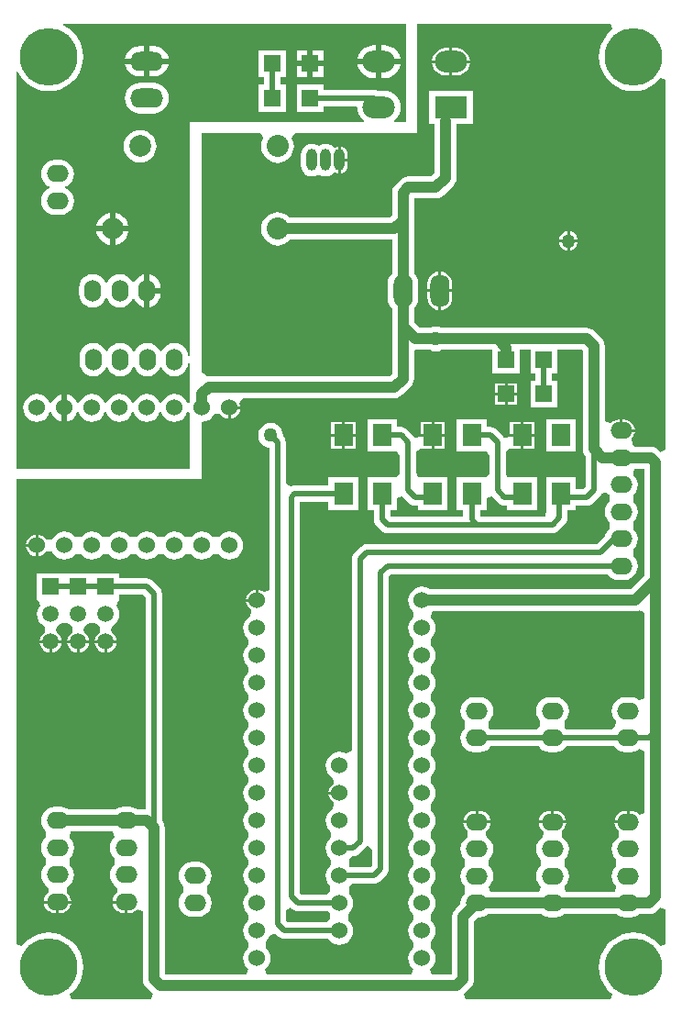
<source format=gtl>
G04 Layer_Physical_Order=1*
G04 Layer_Color=255*
%FSLAX25Y25*%
%MOIN*%
G70*
G01*
G75*
%ADD10R,0.05906X0.05906*%
%ADD11R,0.06693X0.07874*%
%ADD12C,0.01969*%
%ADD13C,0.03937*%
%ADD14O,0.08000X0.06000*%
%ADD15C,0.20945*%
%ADD16C,0.06000*%
%ADD17C,0.08000*%
%ADD18C,0.07874*%
%ADD19C,0.05906*%
%ADD20R,0.05906X0.05906*%
%ADD21O,0.03937X0.07874*%
%ADD22O,0.03937X0.07874*%
%ADD23O,0.07000X0.12000*%
%ADD24O,0.11811X0.07874*%
%ADD25R,0.11811X0.07874*%
%ADD26O,0.12000X0.07000*%
%ADD27O,0.06000X0.08000*%
%ADD28C,0.05000*%
G36*
X141732Y318898D02*
X137524D01*
X137346Y319398D01*
X138096Y320014D01*
X138838Y320918D01*
X139390Y321949D01*
X139729Y323068D01*
X139844Y324232D01*
X139729Y325396D01*
X139390Y326515D01*
X138838Y327547D01*
X138096Y328451D01*
X137192Y329193D01*
X136161Y329744D01*
X135042Y330083D01*
X133878Y330198D01*
X131285D01*
X130779Y330407D01*
X130000Y330510D01*
X111843D01*
Y332453D01*
X101937D01*
Y322547D01*
X111843D01*
Y324490D01*
X123742D01*
X123975Y324232D01*
X124090Y323068D01*
X124429Y321949D01*
X124981Y320918D01*
X125723Y320014D01*
X126473Y319398D01*
X126295Y318898D01*
X62992D01*
Y233920D01*
X62492Y233888D01*
X62371Y234805D01*
X61867Y236022D01*
X61066Y237066D01*
X60022Y237867D01*
X58805Y238371D01*
X57500Y238543D01*
X56195Y238371D01*
X54978Y237867D01*
X53934Y237066D01*
X53132Y236022D01*
X52849Y235338D01*
X52308D01*
X52025Y236022D01*
X51223Y237066D01*
X50179Y237867D01*
X48963Y238371D01*
X47657Y238543D01*
X46352Y238371D01*
X45136Y237867D01*
X44091Y237066D01*
X43290Y236022D01*
X43007Y235338D01*
X42466D01*
X42182Y236022D01*
X41381Y237066D01*
X40336Y237867D01*
X39120Y238371D01*
X37815Y238543D01*
X36510Y238371D01*
X35293Y237867D01*
X34249Y237066D01*
X33448Y236022D01*
X33164Y235338D01*
X32623D01*
X32340Y236022D01*
X31539Y237066D01*
X30494Y237867D01*
X29278Y238371D01*
X27972Y238543D01*
X26667Y238371D01*
X25451Y237867D01*
X24406Y237066D01*
X23605Y236022D01*
X23101Y234805D01*
X22929Y233500D01*
Y231500D01*
X23101Y230195D01*
X23605Y228978D01*
X24406Y227934D01*
X25451Y227133D01*
X26667Y226629D01*
X27972Y226457D01*
X29278Y226629D01*
X30494Y227133D01*
X31539Y227934D01*
X32340Y228978D01*
X32623Y229662D01*
X33164D01*
X33448Y228978D01*
X34249Y227934D01*
X35293Y227133D01*
X36510Y226629D01*
X37815Y226457D01*
X39120Y226629D01*
X40336Y227133D01*
X41381Y227934D01*
X42182Y228978D01*
X42466Y229662D01*
X43007D01*
X43290Y228978D01*
X44091Y227934D01*
X45136Y227133D01*
X46352Y226629D01*
X47657Y226457D01*
X48963Y226629D01*
X50179Y227133D01*
X51223Y227934D01*
X52025Y228978D01*
X52308Y229662D01*
X52849D01*
X53132Y228978D01*
X53934Y227934D01*
X54978Y227133D01*
X56195Y226629D01*
X57500Y226457D01*
X58805Y226629D01*
X60022Y227133D01*
X61066Y227934D01*
X61867Y228978D01*
X62371Y230195D01*
X62492Y231113D01*
X62992Y231080D01*
Y217183D01*
X62771Y216648D01*
X62229D01*
X61867Y217522D01*
X61066Y218566D01*
X60022Y219368D01*
X58805Y219871D01*
X57500Y220043D01*
X56195Y219871D01*
X54978Y219368D01*
X53934Y218566D01*
X53132Y217522D01*
X52771Y216648D01*
X52229D01*
X51868Y217522D01*
X51066Y218566D01*
X50022Y219368D01*
X48805Y219871D01*
X47500Y220043D01*
X46195Y219871D01*
X44978Y219368D01*
X43934Y218566D01*
X43132Y217522D01*
X42771Y216648D01*
X42229D01*
X41868Y217522D01*
X41066Y218566D01*
X40022Y219368D01*
X38805Y219871D01*
X37500Y220043D01*
X36195Y219871D01*
X34978Y219368D01*
X33934Y218566D01*
X33132Y217522D01*
X32771Y216648D01*
X32229D01*
X31868Y217522D01*
X31066Y218566D01*
X30022Y219368D01*
X28805Y219871D01*
X27500Y220043D01*
X26195Y219871D01*
X24978Y219368D01*
X23934Y218566D01*
X23133Y217522D01*
X22771Y216648D01*
X22229D01*
X21868Y217522D01*
X21066Y218566D01*
X20022Y219368D01*
X18805Y219871D01*
X18500Y219912D01*
Y215000D01*
Y210088D01*
X18805Y210129D01*
X20022Y210632D01*
X21066Y211434D01*
X21868Y212478D01*
X22229Y213352D01*
X22771D01*
X23133Y212478D01*
X23934Y211434D01*
X24978Y210632D01*
X26195Y210129D01*
X27500Y209957D01*
X28805Y210129D01*
X30022Y210632D01*
X31066Y211434D01*
X31868Y212478D01*
X32229Y213352D01*
X32771D01*
X33132Y212478D01*
X33934Y211434D01*
X34978Y210632D01*
X36195Y210129D01*
X37500Y209957D01*
X38805Y210129D01*
X40022Y210632D01*
X41066Y211434D01*
X41868Y212478D01*
X42229Y213352D01*
X42771D01*
X43132Y212478D01*
X43934Y211434D01*
X44978Y210632D01*
X46195Y210129D01*
X47500Y209957D01*
X48805Y210129D01*
X50022Y210632D01*
X51066Y211434D01*
X51868Y212478D01*
X52229Y213352D01*
X52771D01*
X53132Y212478D01*
X53934Y211434D01*
X54978Y210632D01*
X56195Y210129D01*
X57500Y209957D01*
X58805Y210129D01*
X60022Y210632D01*
X61066Y211434D01*
X61867Y212478D01*
X62229Y213352D01*
X62771D01*
X62992Y212817D01*
Y192913D01*
X0D01*
Y337160D01*
X490Y337258D01*
X664Y336840D01*
X1689Y335166D01*
X2964Y333673D01*
X4457Y332398D01*
X6131Y331372D01*
X7945Y330621D01*
X9854Y330163D01*
X11811Y330009D01*
X13768Y330163D01*
X15677Y330621D01*
X17491Y331372D01*
X19165Y332398D01*
X20658Y333673D01*
X21933Y335166D01*
X22958Y336840D01*
X23710Y338654D01*
X24168Y340563D01*
X24322Y342520D01*
X24168Y344477D01*
X23710Y346386D01*
X22958Y348200D01*
X21933Y349873D01*
X20658Y351366D01*
X19165Y352641D01*
X17491Y353667D01*
X17073Y353840D01*
X17170Y354331D01*
X141732D01*
Y318898D01*
D02*
G37*
G36*
X205997Y235842D02*
Y200000D01*
X206134Y198964D01*
X206534Y197999D01*
X206990Y197404D01*
Y186247D01*
X206253Y185510D01*
X203446D01*
Y189677D01*
X192754D01*
Y177803D01*
X192754D01*
X192373Y175961D01*
X192042Y175510D01*
X168747D01*
X168610Y175647D01*
Y177803D01*
X170946D01*
Y182095D01*
X172647Y182781D01*
X172946Y182797D01*
X175372Y180372D01*
X175995Y179893D01*
X176721Y179593D01*
X177500Y179490D01*
X178580D01*
Y177803D01*
X189273D01*
Y189677D01*
X178580D01*
X178010Y191441D01*
Y199026D01*
X179580Y200063D01*
X180010Y200063D01*
X183427D01*
Y204500D01*
X179580D01*
Y204467D01*
X177692Y204025D01*
X177580Y204040D01*
X177128Y204628D01*
X174628Y207128D01*
X174005Y207607D01*
X173279Y207907D01*
X172500Y208010D01*
X170946D01*
Y210937D01*
X160254D01*
Y199063D01*
X170946D01*
X171990Y197495D01*
Y191245D01*
X170946Y189677D01*
X169990Y189677D01*
X160254D01*
Y177803D01*
X162590D01*
Y175510D01*
X136247D01*
X136110Y175647D01*
Y177803D01*
X138446D01*
Y182095D01*
X140147Y182781D01*
X140446Y182797D01*
X142872Y180372D01*
X143495Y179893D01*
X144221Y179593D01*
X145000Y179490D01*
X146080D01*
Y177803D01*
X156773D01*
Y189677D01*
X146080D01*
X145510Y191441D01*
Y199026D01*
X147080Y200063D01*
X147510Y200063D01*
X150927D01*
Y204500D01*
X147080D01*
Y204467D01*
X145192Y204025D01*
X145080Y204040D01*
X144628Y204628D01*
X142128Y207128D01*
X141505Y207607D01*
X140779Y207907D01*
X140000Y208010D01*
X138446D01*
Y210937D01*
X127753D01*
Y199063D01*
X138446D01*
X139490Y197495D01*
Y191245D01*
X138446Y189677D01*
X137490Y189677D01*
X127753D01*
Y177803D01*
X130090D01*
Y174400D01*
X130192Y173621D01*
X130493Y172895D01*
X130972Y172272D01*
X132872Y170372D01*
X133495Y169893D01*
X134221Y169593D01*
X135000Y169490D01*
X195000D01*
X195779Y169593D01*
X196505Y169893D01*
X197128Y170372D01*
X199628Y172872D01*
X200107Y173495D01*
X200407Y174221D01*
X200510Y175000D01*
Y177803D01*
X203446D01*
Y179490D01*
X207500D01*
X208279Y179593D01*
X209005Y179893D01*
X209628Y180372D01*
X212128Y182872D01*
X212607Y183495D01*
X212747Y183833D01*
X213739Y184187D01*
X214914Y184139D01*
X215434Y183461D01*
X215627Y183314D01*
X215701Y183161D01*
Y181052D01*
X215627Y180899D01*
X215434Y180751D01*
X214633Y179707D01*
X214129Y178490D01*
X213957Y177185D01*
X214129Y175880D01*
X214633Y174663D01*
X215434Y173619D01*
X215627Y173471D01*
X215701Y173318D01*
Y171209D01*
X215627Y171056D01*
X215434Y170909D01*
X214633Y169864D01*
X214129Y168648D01*
X214089Y168346D01*
X211253Y165510D01*
X127500D01*
X126721Y165407D01*
X125995Y165107D01*
X125372Y164628D01*
X122872Y162128D01*
X122393Y161505D01*
X122093Y160779D01*
X121990Y160000D01*
Y90378D01*
X120022Y89368D01*
X118805Y89871D01*
X117500Y90043D01*
X116195Y89871D01*
X114978Y89368D01*
X113934Y88566D01*
X113133Y87522D01*
X112629Y86305D01*
X112457Y85000D01*
X112629Y83695D01*
X113133Y82478D01*
X113934Y81434D01*
X114978Y80633D01*
X115199Y80541D01*
X115380Y79235D01*
X115284Y78341D01*
X114647Y77853D01*
X114006Y77017D01*
X113603Y76044D01*
X113531Y75500D01*
X117500D01*
Y74500D01*
X113531D01*
X113603Y73956D01*
X114006Y72983D01*
X114647Y72147D01*
X115284Y71659D01*
X115380Y70765D01*
X115199Y69459D01*
X114978Y69367D01*
X113934Y68566D01*
X113133Y67522D01*
X112629Y66305D01*
X112457Y65000D01*
X112629Y63695D01*
X113133Y62478D01*
X113934Y61434D01*
X114217Y61217D01*
X114353Y60887D01*
Y59113D01*
X114217Y58783D01*
X113934Y58566D01*
X113133Y57522D01*
X112629Y56305D01*
X112457Y55000D01*
X112629Y53695D01*
X113133Y52478D01*
X113934Y51434D01*
X114217Y51217D01*
X114353Y50887D01*
Y49113D01*
X114217Y48783D01*
X113934Y48566D01*
X113133Y47522D01*
X112629Y46305D01*
X112457Y45000D01*
X112629Y43695D01*
X113133Y42478D01*
X113934Y41434D01*
X114059Y39346D01*
X112809Y38010D01*
X103747D01*
X103010Y38747D01*
Y180730D01*
X113580D01*
Y177803D01*
X124273D01*
Y189677D01*
X113580D01*
Y186750D01*
X101240D01*
X100461Y186648D01*
X100010Y186461D01*
X99018Y186845D01*
X98010Y187544D01*
Y202500D01*
X97907Y203279D01*
X97607Y204005D01*
X97128Y204628D01*
X97006Y204751D01*
X97039Y205000D01*
X96884Y206175D01*
X96431Y207269D01*
X95709Y208209D01*
X94769Y208931D01*
X93675Y209384D01*
X92500Y209539D01*
X91325Y209384D01*
X90231Y208931D01*
X89291Y208209D01*
X88569Y207269D01*
X88116Y206175D01*
X87961Y205000D01*
X88116Y203825D01*
X88569Y202731D01*
X89291Y201791D01*
X90231Y201069D01*
X91325Y200616D01*
X91990Y200528D01*
Y149005D01*
X91283Y148507D01*
X89990Y148131D01*
X89517Y148494D01*
X88544Y148897D01*
X88000Y148969D01*
Y145000D01*
X87500D01*
Y144500D01*
X83531D01*
X83603Y143956D01*
X84006Y142983D01*
X84647Y142147D01*
X85284Y141659D01*
X85380Y140765D01*
X85199Y139459D01*
X84978Y139367D01*
X83934Y138566D01*
X83132Y137522D01*
X82629Y136305D01*
X82457Y135000D01*
X82629Y133695D01*
X83132Y132478D01*
X83934Y131434D01*
X84217Y131217D01*
X84353Y130887D01*
Y129113D01*
X84217Y128783D01*
X83934Y128566D01*
X83132Y127522D01*
X82629Y126305D01*
X82457Y125000D01*
X82629Y123695D01*
X83132Y122478D01*
X83934Y121434D01*
X84217Y121217D01*
X84353Y120887D01*
Y119113D01*
X84217Y118783D01*
X83934Y118566D01*
X83132Y117522D01*
X82629Y116305D01*
X82457Y115000D01*
X82629Y113695D01*
X83132Y112478D01*
X83934Y111434D01*
X84217Y111217D01*
X84353Y110887D01*
Y109113D01*
X84217Y108783D01*
X83934Y108566D01*
X83132Y107522D01*
X82629Y106305D01*
X82457Y105000D01*
X82629Y103695D01*
X83132Y102478D01*
X83934Y101434D01*
X84217Y101217D01*
X84353Y100887D01*
Y99113D01*
X84217Y98783D01*
X83934Y98566D01*
X83132Y97522D01*
X82629Y96305D01*
X82457Y95000D01*
X82629Y93695D01*
X83132Y92478D01*
X83934Y91434D01*
X84217Y91217D01*
X84353Y90887D01*
Y89113D01*
X84217Y88783D01*
X83934Y88566D01*
X83132Y87522D01*
X82629Y86305D01*
X82457Y85000D01*
X82629Y83695D01*
X83132Y82478D01*
X83934Y81434D01*
X84217Y81217D01*
X84353Y80887D01*
Y79113D01*
X84217Y78783D01*
X83934Y78566D01*
X83132Y77522D01*
X82629Y76305D01*
X82457Y75000D01*
X82629Y73695D01*
X83132Y72478D01*
X83934Y71434D01*
X84217Y71217D01*
X84353Y70887D01*
Y69113D01*
X84217Y68783D01*
X83934Y68566D01*
X83132Y67522D01*
X82629Y66305D01*
X82457Y65000D01*
X82629Y63695D01*
X83132Y62478D01*
X83934Y61434D01*
X84217Y61217D01*
X84353Y60887D01*
Y59113D01*
X84217Y58783D01*
X83934Y58566D01*
X83132Y57522D01*
X82629Y56305D01*
X82457Y55000D01*
X82629Y53695D01*
X83132Y52478D01*
X83934Y51434D01*
X84217Y51217D01*
X84353Y50887D01*
Y49113D01*
X84217Y48783D01*
X83934Y48566D01*
X83132Y47522D01*
X82629Y46305D01*
X82457Y45000D01*
X82629Y43695D01*
X83132Y42478D01*
X83934Y41434D01*
X84217Y41217D01*
X84353Y40887D01*
Y39113D01*
X84217Y38783D01*
X83934Y38566D01*
X83132Y37522D01*
X82629Y36305D01*
X82457Y35000D01*
X82629Y33695D01*
X83132Y32478D01*
X83934Y31434D01*
X84217Y31217D01*
X84353Y30887D01*
Y29113D01*
X84217Y28783D01*
X83934Y28566D01*
X83132Y27522D01*
X82629Y26305D01*
X82457Y25000D01*
X82629Y23695D01*
X83132Y22478D01*
X83934Y21434D01*
X84217Y21217D01*
X84353Y20887D01*
Y19113D01*
X84217Y18783D01*
X83934Y18566D01*
X83132Y17522D01*
X82629Y16305D01*
X82457Y15000D01*
X82629Y13695D01*
X83132Y12478D01*
X83934Y11434D01*
X84496Y11003D01*
X83922Y9003D01*
X54158D01*
X54003Y9158D01*
Y62500D01*
X53866Y63536D01*
X53632Y64101D01*
X53466Y64501D01*
X53010Y65096D01*
Y147500D01*
X52907Y148279D01*
X52607Y149005D01*
X52128Y149628D01*
X49628Y152128D01*
X49005Y152607D01*
X48279Y152907D01*
X47500Y153010D01*
X37453D01*
Y154953D01*
X27547D01*
Y154953D01*
X27453D01*
Y154953D01*
X17547D01*
Y154953D01*
X17453D01*
Y154953D01*
X7547D01*
Y145047D01*
X7709D01*
X8032Y144658D01*
X8595Y143047D01*
X8174Y142498D01*
X7675Y141293D01*
X7504Y140000D01*
X7675Y138707D01*
X8174Y137502D01*
X8968Y136468D01*
X10002Y135674D01*
X10322Y135541D01*
X10460Y133975D01*
X10377Y133354D01*
X9681Y132819D01*
X9047Y131993D01*
X8649Y131032D01*
X8579Y130500D01*
X12500D01*
X16421D01*
X16351Y131032D01*
X15953Y131993D01*
X15319Y132819D01*
X14623Y133354D01*
X14539Y133975D01*
X14678Y135541D01*
X14998Y135674D01*
X16032Y136468D01*
X16296Y136811D01*
X16691Y136956D01*
X18309D01*
X18704Y136811D01*
X18968Y136468D01*
X20002Y135674D01*
X20322Y135541D01*
X20460Y133975D01*
X20377Y133354D01*
X19681Y132819D01*
X19047Y131993D01*
X18649Y131032D01*
X18579Y130500D01*
X22500D01*
X26421D01*
X26351Y131032D01*
X25953Y131993D01*
X25319Y132819D01*
X24623Y133354D01*
X24540Y133975D01*
X24678Y135541D01*
X24998Y135674D01*
X26032Y136468D01*
X26296Y136811D01*
X26691Y136956D01*
X28309D01*
X28705Y136811D01*
X28968Y136468D01*
X30002Y135674D01*
X30322Y135541D01*
X30461Y133975D01*
X30377Y133354D01*
X29681Y132819D01*
X29047Y131993D01*
X28649Y131032D01*
X28579Y130500D01*
X32500D01*
X36421D01*
X36351Y131032D01*
X35953Y131993D01*
X35319Y132819D01*
X34623Y133354D01*
X34539Y133975D01*
X34678Y135541D01*
X34998Y135674D01*
X36032Y136468D01*
X36826Y137502D01*
X37325Y138707D01*
X37495Y140000D01*
X37325Y141293D01*
X36826Y142498D01*
X36405Y143047D01*
X36968Y144658D01*
X37291Y145047D01*
X37453D01*
Y146990D01*
X46253D01*
X46990Y146253D01*
Y69003D01*
X43997D01*
X43522Y69367D01*
X42305Y69871D01*
X41000Y70043D01*
X39000D01*
X37695Y69871D01*
X36478Y69367D01*
X36003Y69003D01*
X18997D01*
X18522Y69367D01*
X17305Y69871D01*
X16000Y70043D01*
X14000D01*
X12695Y69871D01*
X11478Y69367D01*
X10434Y68566D01*
X9633Y67522D01*
X9129Y66305D01*
X8957Y65000D01*
X9129Y63695D01*
X9633Y62478D01*
X10434Y61434D01*
X10627Y61286D01*
X10701Y61133D01*
Y59024D01*
X10627Y58871D01*
X10434Y58723D01*
X9633Y57679D01*
X9129Y56463D01*
X8957Y55158D01*
X9129Y53852D01*
X9633Y52636D01*
X10434Y51591D01*
X10627Y51444D01*
X10701Y51291D01*
Y49182D01*
X10627Y49029D01*
X10434Y48881D01*
X9633Y47837D01*
X9129Y46620D01*
X8957Y45315D01*
X9129Y44010D01*
X9633Y42793D01*
X10434Y41749D01*
X11478Y40947D01*
X11509Y40935D01*
X11728Y40022D01*
X11650Y38711D01*
X11147Y38325D01*
X10506Y37490D01*
X10103Y36517D01*
X10031Y35972D01*
X15000D01*
X19969D01*
X19897Y36517D01*
X19494Y37490D01*
X18853Y38325D01*
X18350Y38711D01*
X18271Y40022D01*
X18491Y40935D01*
X18522Y40947D01*
X19566Y41749D01*
X20368Y42793D01*
X20871Y44010D01*
X21043Y45315D01*
X20871Y46620D01*
X20368Y47837D01*
X19566Y48881D01*
X19374Y49029D01*
X19299Y49182D01*
Y51291D01*
X19374Y51444D01*
X19566Y51591D01*
X20368Y52636D01*
X20871Y53852D01*
X21043Y55158D01*
X20871Y56463D01*
X20368Y57679D01*
X19566Y58723D01*
X19374Y58871D01*
X19279Y59066D01*
X19265Y59162D01*
X19888Y60997D01*
X35112D01*
X35735Y59162D01*
X35721Y59066D01*
X35627Y58871D01*
X35434Y58723D01*
X34633Y57679D01*
X34129Y56463D01*
X33957Y55158D01*
X34129Y53852D01*
X34633Y52636D01*
X35434Y51591D01*
X35627Y51444D01*
X35701Y51291D01*
Y49182D01*
X35627Y49029D01*
X35434Y48881D01*
X34633Y47837D01*
X34129Y46620D01*
X33957Y45315D01*
X34129Y44010D01*
X34633Y42793D01*
X35434Y41749D01*
X36478Y40947D01*
X36509Y40935D01*
X36729Y40022D01*
X36650Y38711D01*
X36147Y38325D01*
X35506Y37490D01*
X35103Y36517D01*
X35031Y35972D01*
X40000D01*
Y35472D01*
X40500D01*
Y31438D01*
X41000D01*
X42044Y31575D01*
X43017Y31978D01*
X43853Y32620D01*
X43997Y32808D01*
X45997Y32129D01*
Y7500D01*
X46134Y6464D01*
X46534Y5499D01*
X47170Y4670D01*
X49670Y2170D01*
X49891Y2000D01*
X49212Y0D01*
X20221D01*
X19807Y663D01*
X19529Y2000D01*
X20658Y2964D01*
X21933Y4457D01*
X22958Y6131D01*
X23710Y7945D01*
X24168Y9854D01*
X24322Y11811D01*
X24168Y13768D01*
X23710Y15677D01*
X22958Y17491D01*
X21933Y19165D01*
X20658Y20658D01*
X19165Y21933D01*
X17491Y22958D01*
X15677Y23710D01*
X13768Y24168D01*
X11811Y24322D01*
X9854Y24168D01*
X7945Y23710D01*
X6131Y22958D01*
X4457Y21933D01*
X2964Y20658D01*
X2000Y19529D01*
X663Y19807D01*
X0Y20221D01*
Y188976D01*
X67500D01*
Y209957D01*
X68805Y210129D01*
X70022Y210632D01*
X71066Y211434D01*
X71868Y212478D01*
X71959Y212699D01*
X73265Y212880D01*
X74159Y212784D01*
X74647Y212147D01*
X75483Y211506D01*
X76456Y211103D01*
X77000Y211031D01*
Y215000D01*
X77500D01*
Y215500D01*
X81469D01*
X81397Y216044D01*
X81209Y216497D01*
X81885Y217969D01*
X82379Y218497D01*
X137500D01*
X138536Y218634D01*
X139501Y219034D01*
X140330Y219670D01*
X143441Y222780D01*
X144077Y223609D01*
X144477Y224574D01*
X144613Y225610D01*
Y235658D01*
X145000Y235997D01*
X150404D01*
X151325Y235616D01*
X152500Y235461D01*
X153675Y235616D01*
X154596Y235997D01*
X173158D01*
Y227547D01*
X183063D01*
Y235997D01*
X186937D01*
Y227547D01*
X188880D01*
Y224953D01*
X186937D01*
Y215047D01*
X196843D01*
Y224953D01*
X194900D01*
Y227547D01*
X196843D01*
Y235997D01*
X205842D01*
X205997Y235842D01*
D02*
G37*
G36*
X216414Y353668D02*
X216692Y352331D01*
X215563Y351366D01*
X214288Y349873D01*
X213262Y348200D01*
X212511Y346386D01*
X212052Y344477D01*
X211898Y342520D01*
X212052Y340563D01*
X212511Y338654D01*
X213262Y336840D01*
X214288Y335166D01*
X215563Y333673D01*
X217056Y332398D01*
X218730Y331372D01*
X220543Y330621D01*
X222452Y330163D01*
X224410Y330009D01*
X226367Y330163D01*
X228276Y330621D01*
X230089Y331372D01*
X231763Y332398D01*
X233256Y333673D01*
X234221Y334802D01*
X235558Y334524D01*
X236221Y334109D01*
Y199769D01*
X234221Y198940D01*
X233460Y199700D01*
X232631Y200337D01*
X231666Y200736D01*
X230630Y200873D01*
X224699D01*
X223993Y201733D01*
X223853Y203860D01*
X224494Y204695D01*
X224897Y205668D01*
X224969Y206213D01*
X220000D01*
Y206713D01*
X219500D01*
Y210747D01*
X219000D01*
X217956Y210610D01*
X216983Y210207D01*
X216147Y209565D01*
X216003Y209377D01*
X214003Y210056D01*
Y237500D01*
X213866Y238536D01*
X213632Y239102D01*
X213467Y239501D01*
X212830Y240330D01*
X210330Y242830D01*
X209501Y243466D01*
X208536Y243866D01*
X207500Y244003D01*
X154596D01*
X153675Y244384D01*
X152500Y244539D01*
X151325Y244384D01*
X150404Y244003D01*
X146658D01*
X144613Y246048D01*
Y251182D01*
X145414Y252226D01*
X145969Y253564D01*
X146158Y255000D01*
Y260000D01*
X145969Y261436D01*
X145414Y262774D01*
X144613Y263818D01*
Y290997D01*
X152500D01*
X153536Y291134D01*
X154501Y291533D01*
X155330Y292170D01*
X158952Y295792D01*
X159589Y296621D01*
X159988Y297586D01*
X160125Y298622D01*
Y318295D01*
X165996D01*
Y330169D01*
X150185D01*
Y318295D01*
X152119D01*
Y300280D01*
X150842Y299003D01*
X142500D01*
X141464Y298866D01*
X140499Y298466D01*
X139670Y297830D01*
X137780Y295941D01*
X137144Y295112D01*
X136744Y294146D01*
X136608Y293110D01*
Y284768D01*
X135842Y284003D01*
X99477D01*
X99263Y284263D01*
X98349Y285013D01*
X97307Y285570D01*
X96176Y285913D01*
X95000Y286029D01*
X93824Y285913D01*
X92693Y285570D01*
X91650Y285013D01*
X90737Y284263D01*
X89987Y283349D01*
X89430Y282307D01*
X89087Y281176D01*
X88971Y280000D01*
X89087Y278824D01*
X89430Y277693D01*
X89987Y276651D01*
X90737Y275737D01*
X91650Y274987D01*
X92693Y274430D01*
X93824Y274087D01*
X95000Y273971D01*
X96176Y274087D01*
X97307Y274430D01*
X98349Y274987D01*
X99263Y275737D01*
X99477Y275997D01*
X136608D01*
Y263818D01*
X135806Y262774D01*
X135252Y261436D01*
X135063Y260000D01*
Y255000D01*
X135252Y253564D01*
X135806Y252226D01*
X136608Y251182D01*
Y244390D01*
Y227268D01*
X135842Y226503D01*
X70000D01*
X69500Y226437D01*
X67977Y227364D01*
X67579Y227767D01*
X67500Y227925D01*
Y314961D01*
X88722Y314961D01*
X89320Y314199D01*
X89779Y312961D01*
X89430Y312307D01*
X89087Y311176D01*
X88971Y310000D01*
X89087Y308824D01*
X89430Y307693D01*
X89987Y306650D01*
X90737Y305737D01*
X91650Y304987D01*
X92693Y304430D01*
X93824Y304087D01*
X95000Y303971D01*
X96176Y304087D01*
X97307Y304430D01*
X98349Y304987D01*
X99263Y305737D01*
X100013Y306650D01*
X100570Y307693D01*
X100913Y308824D01*
X101029Y310000D01*
X100913Y311176D01*
X100570Y312307D01*
X100221Y312961D01*
X100680Y314199D01*
X101278Y314961D01*
X145669Y314961D01*
Y354331D01*
X215999D01*
X216414Y353668D01*
D02*
G37*
G36*
X228497Y154158D02*
X223342Y149003D01*
X150497D01*
X150022Y149367D01*
X148805Y149871D01*
X147500Y150043D01*
X146195Y149871D01*
X144978Y149367D01*
X143934Y148566D01*
X143132Y147522D01*
X142629Y146305D01*
X142457Y145000D01*
X142629Y143695D01*
X143132Y142478D01*
X143934Y141434D01*
X144217Y141217D01*
X144353Y140887D01*
Y139113D01*
X144217Y138783D01*
X143934Y138566D01*
X143132Y137522D01*
X142629Y136305D01*
X142457Y135000D01*
X142629Y133695D01*
X143132Y132478D01*
X143934Y131434D01*
X144217Y131217D01*
X144353Y130887D01*
Y129113D01*
X144217Y128783D01*
X143934Y128566D01*
X143132Y127522D01*
X142629Y126305D01*
X142457Y125000D01*
X142629Y123695D01*
X143132Y122478D01*
X143934Y121434D01*
X144217Y121217D01*
X144353Y120887D01*
Y119113D01*
X144217Y118783D01*
X143934Y118566D01*
X143132Y117522D01*
X142629Y116305D01*
X142457Y115000D01*
X142629Y113695D01*
X143132Y112478D01*
X143934Y111434D01*
X144217Y111217D01*
X144353Y110887D01*
Y109113D01*
X144217Y108783D01*
X143934Y108566D01*
X143132Y107522D01*
X142629Y106305D01*
X142457Y105000D01*
X142629Y103695D01*
X143132Y102478D01*
X143934Y101434D01*
X144217Y101217D01*
X144353Y100887D01*
Y99113D01*
X144217Y98783D01*
X143934Y98566D01*
X143132Y97522D01*
X142629Y96305D01*
X142457Y95000D01*
X142629Y93695D01*
X143132Y92478D01*
X143934Y91434D01*
X144217Y91217D01*
X144353Y90887D01*
Y89113D01*
X144217Y88783D01*
X143934Y88566D01*
X143132Y87522D01*
X142629Y86305D01*
X142457Y85000D01*
X142629Y83695D01*
X143132Y82478D01*
X143934Y81434D01*
X144217Y81217D01*
X144353Y80887D01*
Y79113D01*
X144217Y78783D01*
X143934Y78566D01*
X143132Y77522D01*
X142629Y76305D01*
X142457Y75000D01*
X142629Y73695D01*
X143132Y72478D01*
X143934Y71434D01*
X144217Y71217D01*
X144353Y70887D01*
Y69113D01*
X144217Y68783D01*
X143934Y68566D01*
X143132Y67522D01*
X142629Y66305D01*
X142457Y65000D01*
X142629Y63695D01*
X143132Y62478D01*
X143934Y61434D01*
X144217Y61217D01*
X144353Y60887D01*
Y59113D01*
X144217Y58783D01*
X143934Y58566D01*
X143132Y57522D01*
X142629Y56305D01*
X142457Y55000D01*
X142629Y53695D01*
X143132Y52478D01*
X143934Y51434D01*
X144217Y51217D01*
X144353Y50887D01*
Y49113D01*
X144217Y48783D01*
X143934Y48566D01*
X143132Y47522D01*
X142629Y46305D01*
X142457Y45000D01*
X142629Y43695D01*
X143132Y42478D01*
X143934Y41434D01*
X144217Y41217D01*
X144353Y40887D01*
Y39113D01*
X144217Y38783D01*
X143934Y38566D01*
X143132Y37522D01*
X142629Y36305D01*
X142457Y35000D01*
X142629Y33695D01*
X143132Y32478D01*
X143934Y31434D01*
X144217Y31217D01*
X144353Y30887D01*
Y29113D01*
X144217Y28783D01*
X143934Y28566D01*
X143132Y27522D01*
X142629Y26305D01*
X142457Y25000D01*
X142629Y23695D01*
X143132Y22478D01*
X143934Y21434D01*
X144217Y21217D01*
X144353Y20887D01*
Y19113D01*
X144217Y18783D01*
X143934Y18566D01*
X143132Y17522D01*
X142629Y16305D01*
X142457Y15000D01*
X142629Y13695D01*
X143132Y12478D01*
X143934Y11434D01*
X144496Y11003D01*
X143922Y9003D01*
X91078D01*
X90504Y11003D01*
X91066Y11434D01*
X91868Y12478D01*
X92371Y13695D01*
X92543Y15000D01*
X92371Y16305D01*
X91868Y17522D01*
X91066Y18566D01*
X90783Y18783D01*
X90647Y19113D01*
Y20887D01*
X90783Y21217D01*
X91066Y21434D01*
X91868Y22478D01*
X92181Y23234D01*
X93587Y23779D01*
X94407Y23836D01*
X95372Y22872D01*
X95995Y22393D01*
X96721Y22093D01*
X97500Y21990D01*
X113507D01*
X113934Y21434D01*
X114978Y20632D01*
X116195Y20129D01*
X117500Y19957D01*
X118805Y20129D01*
X120022Y20632D01*
X121066Y21434D01*
X121868Y22478D01*
X122371Y23695D01*
X122543Y25000D01*
X122371Y26305D01*
X121868Y27522D01*
X121066Y28566D01*
X120783Y28783D01*
X120647Y29113D01*
Y30887D01*
X120783Y31217D01*
X121066Y31434D01*
X121868Y32478D01*
X122371Y33695D01*
X122543Y35000D01*
X122371Y36305D01*
X121868Y37522D01*
X121066Y38566D01*
X120941Y40654D01*
X122191Y41990D01*
X130000D01*
X130779Y42093D01*
X131505Y42393D01*
X132128Y42872D01*
X134628Y45372D01*
X135107Y45995D01*
X135407Y46721D01*
X135510Y47500D01*
Y153753D01*
X136247Y154490D01*
X215007D01*
X215434Y153934D01*
X216478Y153132D01*
X217695Y152629D01*
X219000Y152457D01*
X221000D01*
X222305Y152629D01*
X223522Y153132D01*
X224566Y153934D01*
X225367Y154978D01*
X225871Y156195D01*
X226043Y157500D01*
X225871Y158805D01*
X225367Y160022D01*
X224566Y161066D01*
X224374Y161214D01*
X224300Y161367D01*
Y163476D01*
X224374Y163629D01*
X224566Y163777D01*
X225367Y164821D01*
X225871Y166037D01*
X226043Y167342D01*
X225871Y168648D01*
X225367Y169864D01*
X224566Y170909D01*
X224374Y171056D01*
X224300Y171209D01*
Y173318D01*
X224374Y173471D01*
X224566Y173619D01*
X225367Y174663D01*
X225871Y175880D01*
X226043Y177185D01*
X225871Y178490D01*
X225367Y179707D01*
X224566Y180751D01*
X224374Y180899D01*
X224300Y181052D01*
Y183161D01*
X224374Y183314D01*
X224566Y183461D01*
X225367Y184506D01*
X225871Y185722D01*
X226043Y187028D01*
X225871Y188333D01*
X225367Y189549D01*
X224566Y190594D01*
X224374Y190741D01*
X224279Y190936D01*
X224265Y191032D01*
X224888Y192867D01*
X228497D01*
Y154158D01*
D02*
G37*
G36*
X227945Y140667D02*
X228497Y140160D01*
Y109716D01*
X228324Y109557D01*
X226497Y108845D01*
X226022Y109210D01*
X224805Y109714D01*
X223500Y109886D01*
X221500D01*
X220195Y109714D01*
X218978Y109210D01*
X217934Y108409D01*
X217132Y107364D01*
X216629Y106148D01*
X216457Y104842D01*
X216629Y103537D01*
X217132Y102321D01*
X217934Y101277D01*
X217798Y99304D01*
X216555Y98010D01*
X199993D01*
X199566Y98566D01*
X199373Y98714D01*
X199300Y98867D01*
Y100976D01*
X199373Y101129D01*
X199566Y101277D01*
X200367Y102321D01*
X200871Y103537D01*
X201043Y104842D01*
X200871Y106148D01*
X200367Y107364D01*
X199566Y108409D01*
X198522Y109210D01*
X197305Y109714D01*
X196000Y109886D01*
X194000D01*
X192695Y109714D01*
X191478Y109210D01*
X190434Y108409D01*
X189632Y107364D01*
X189129Y106148D01*
X188957Y104842D01*
X189129Y103537D01*
X189632Y102321D01*
X190434Y101277D01*
X190298Y99304D01*
X189055Y98010D01*
X172493D01*
X172066Y98566D01*
X171873Y98714D01*
X171800Y98867D01*
Y100976D01*
X171873Y101129D01*
X172066Y101277D01*
X172868Y102321D01*
X173371Y103537D01*
X173543Y104842D01*
X173371Y106148D01*
X172868Y107364D01*
X172066Y108409D01*
X171022Y109210D01*
X169805Y109714D01*
X168500Y109886D01*
X166500D01*
X165195Y109714D01*
X163978Y109210D01*
X162934Y108409D01*
X162133Y107364D01*
X161629Y106148D01*
X161457Y104842D01*
X161629Y103537D01*
X162133Y102321D01*
X162934Y101277D01*
X163127Y101129D01*
X163200Y100976D01*
Y98867D01*
X163127Y98714D01*
X162934Y98566D01*
X162133Y97522D01*
X161629Y96305D01*
X161457Y95000D01*
X161629Y93695D01*
X162133Y92478D01*
X162934Y91434D01*
X163978Y90632D01*
X165195Y90129D01*
X166500Y89957D01*
X168500D01*
X169805Y90129D01*
X171022Y90632D01*
X172066Y91434D01*
X172493Y91990D01*
X190007D01*
X190434Y91434D01*
X191478Y90632D01*
X192695Y90129D01*
X194000Y89957D01*
X196000D01*
X197305Y90129D01*
X198522Y90632D01*
X199566Y91434D01*
X199993Y91990D01*
X217507D01*
X217934Y91434D01*
X218978Y90632D01*
X220195Y90129D01*
X221500Y89957D01*
X223500D01*
X224805Y90129D01*
X226022Y90632D01*
X226497Y90997D01*
X228324Y90285D01*
X228497Y90127D01*
Y67871D01*
X226497Y67192D01*
X226353Y67380D01*
X225517Y68022D01*
X224544Y68425D01*
X223500Y68562D01*
X223000D01*
Y64528D01*
X222500D01*
Y64028D01*
X217531D01*
X217603Y63483D01*
X218006Y62510D01*
X218647Y61675D01*
X219150Y61289D01*
X219229Y59978D01*
X219009Y59065D01*
X218978Y59052D01*
X217934Y58251D01*
X217132Y57207D01*
X216629Y55990D01*
X216457Y54685D01*
X216629Y53380D01*
X217132Y52163D01*
X217934Y51119D01*
X218127Y50971D01*
X218200Y50818D01*
Y48709D01*
X218127Y48556D01*
X217934Y48409D01*
X217132Y47364D01*
X216629Y46148D01*
X216457Y44842D01*
X216629Y43537D01*
X217132Y42321D01*
X217934Y41276D01*
X218127Y41129D01*
X218221Y40934D01*
X218235Y40838D01*
X217612Y39003D01*
X199888D01*
X199265Y40838D01*
X199279Y40934D01*
X199373Y41129D01*
X199566Y41276D01*
X200367Y42321D01*
X200871Y43537D01*
X201043Y44842D01*
X200871Y46148D01*
X200367Y47364D01*
X199566Y48409D01*
X199373Y48556D01*
X199300Y48709D01*
Y50818D01*
X199373Y50971D01*
X199566Y51119D01*
X200367Y52163D01*
X200871Y53380D01*
X201043Y54685D01*
X200871Y55990D01*
X200367Y57207D01*
X199566Y58251D01*
X198522Y59052D01*
X198491Y59065D01*
X198272Y59978D01*
X198350Y61289D01*
X198853Y61675D01*
X199494Y62510D01*
X199897Y63483D01*
X199969Y64028D01*
X195000D01*
X190031D01*
X190103Y63483D01*
X190506Y62510D01*
X191147Y61675D01*
X191650Y61289D01*
X191728Y59978D01*
X191509Y59065D01*
X191478Y59052D01*
X190434Y58251D01*
X189632Y57207D01*
X189129Y55990D01*
X188957Y54685D01*
X189129Y53380D01*
X189632Y52163D01*
X190434Y51119D01*
X190627Y50971D01*
X190700Y50818D01*
Y48709D01*
X190627Y48556D01*
X190434Y48409D01*
X189632Y47364D01*
X189129Y46148D01*
X188957Y44842D01*
X189129Y43537D01*
X189632Y42321D01*
X190434Y41276D01*
X190627Y41129D01*
X190721Y40934D01*
X190735Y40838D01*
X190112Y39003D01*
X172388D01*
X171765Y40838D01*
X171779Y40934D01*
X171873Y41129D01*
X172066Y41276D01*
X172868Y42321D01*
X173371Y43537D01*
X173543Y44842D01*
X173371Y46148D01*
X172868Y47364D01*
X172066Y48409D01*
X171873Y48556D01*
X171800Y48709D01*
Y50818D01*
X171873Y50971D01*
X172066Y51119D01*
X172868Y52163D01*
X173371Y53380D01*
X173543Y54685D01*
X173371Y55990D01*
X172868Y57207D01*
X172066Y58251D01*
X171022Y59052D01*
X170991Y59065D01*
X170772Y59978D01*
X170850Y61289D01*
X171353Y61675D01*
X171994Y62510D01*
X172397Y63483D01*
X172469Y64028D01*
X167500D01*
X162531D01*
X162603Y63483D01*
X163006Y62510D01*
X163647Y61675D01*
X164150Y61289D01*
X164228Y59978D01*
X164009Y59065D01*
X163978Y59052D01*
X162934Y58251D01*
X162133Y57207D01*
X161629Y55990D01*
X161457Y54685D01*
X161629Y53380D01*
X162133Y52163D01*
X162934Y51119D01*
X163127Y50971D01*
X163200Y50818D01*
Y48709D01*
X163127Y48556D01*
X162934Y48409D01*
X162133Y47364D01*
X161629Y46148D01*
X161457Y44842D01*
X161629Y43537D01*
X162133Y42321D01*
X162934Y41276D01*
X163127Y41129D01*
X163200Y40976D01*
Y38867D01*
X163127Y38714D01*
X162934Y38566D01*
X162133Y37522D01*
X161629Y36305D01*
X161457Y35000D01*
X161501Y34662D01*
X159670Y32830D01*
X159034Y32001D01*
X158634Y31036D01*
X158497Y30000D01*
Y9158D01*
X158342Y9003D01*
X151078D01*
X150504Y11003D01*
X151066Y11434D01*
X151867Y12478D01*
X152371Y13695D01*
X152543Y15000D01*
X152371Y16305D01*
X151867Y17522D01*
X151066Y18566D01*
X150783Y18783D01*
X150647Y19113D01*
Y20887D01*
X150783Y21217D01*
X151066Y21434D01*
X151867Y22478D01*
X152371Y23695D01*
X152543Y25000D01*
X152371Y26305D01*
X151867Y27522D01*
X151066Y28566D01*
X150783Y28783D01*
X150647Y29113D01*
Y30887D01*
X150783Y31217D01*
X151066Y31434D01*
X151867Y32478D01*
X152371Y33695D01*
X152543Y35000D01*
X152371Y36305D01*
X151867Y37522D01*
X151066Y38566D01*
X150783Y38783D01*
X150647Y39113D01*
Y40887D01*
X150783Y41217D01*
X151066Y41434D01*
X151867Y42478D01*
X152371Y43695D01*
X152543Y45000D01*
X152371Y46305D01*
X151867Y47522D01*
X151066Y48566D01*
X150783Y48783D01*
X150647Y49113D01*
Y50887D01*
X150783Y51217D01*
X151066Y51434D01*
X151867Y52478D01*
X152371Y53695D01*
X152543Y55000D01*
X152371Y56305D01*
X151867Y57522D01*
X151066Y58566D01*
X150783Y58783D01*
X150647Y59113D01*
Y60887D01*
X150783Y61217D01*
X151066Y61434D01*
X151867Y62478D01*
X152371Y63695D01*
X152543Y65000D01*
X152371Y66305D01*
X151867Y67522D01*
X151066Y68566D01*
X150783Y68783D01*
X150647Y69113D01*
Y70887D01*
X150783Y71217D01*
X151066Y71434D01*
X151867Y72478D01*
X152371Y73695D01*
X152543Y75000D01*
X152371Y76305D01*
X151867Y77522D01*
X151066Y78566D01*
X150783Y78783D01*
X150647Y79113D01*
Y80887D01*
X150783Y81217D01*
X151066Y81434D01*
X151867Y82478D01*
X152371Y83695D01*
X152543Y85000D01*
X152371Y86305D01*
X151867Y87522D01*
X151066Y88566D01*
X150783Y88783D01*
X150647Y89113D01*
Y90887D01*
X150783Y91217D01*
X151066Y91434D01*
X151867Y92478D01*
X152371Y93695D01*
X152543Y95000D01*
X152371Y96305D01*
X151867Y97522D01*
X151066Y98566D01*
X150783Y98783D01*
X150647Y99113D01*
Y100887D01*
X150783Y101217D01*
X151066Y101434D01*
X151867Y102478D01*
X152371Y103695D01*
X152543Y105000D01*
X152371Y106305D01*
X151867Y107522D01*
X151066Y108566D01*
X150783Y108783D01*
X150647Y109113D01*
Y110887D01*
X150783Y111217D01*
X151066Y111434D01*
X151867Y112478D01*
X152371Y113695D01*
X152543Y115000D01*
X152371Y116305D01*
X151867Y117522D01*
X151066Y118566D01*
X150783Y118783D01*
X150647Y119113D01*
Y120887D01*
X150783Y121217D01*
X151066Y121434D01*
X151867Y122478D01*
X152371Y123695D01*
X152543Y125000D01*
X152371Y126305D01*
X151867Y127522D01*
X151066Y128566D01*
X150783Y128783D01*
X150647Y129113D01*
Y130887D01*
X150783Y131217D01*
X151066Y131434D01*
X151867Y132478D01*
X152371Y133695D01*
X152543Y135000D01*
X152371Y136305D01*
X151867Y137522D01*
X151066Y138566D01*
X150783Y138783D01*
X150628Y139160D01*
X150626Y139184D01*
X151590Y140997D01*
X225000D01*
X226036Y141134D01*
X226497Y141325D01*
X227945Y140667D01*
D02*
G37*
G36*
X129490Y54591D02*
Y48747D01*
X128753Y48010D01*
X121493D01*
X121066Y48566D01*
X120941Y50654D01*
X122191Y51990D01*
X122500D01*
X123279Y52093D01*
X124005Y52393D01*
X124628Y52872D01*
X127128Y55372D01*
X127490Y55843D01*
X127710Y55847D01*
X129490Y54591D01*
D02*
G37*
G36*
X236221Y32731D02*
Y20221D01*
X235558Y19807D01*
X234221Y19529D01*
X233256Y20658D01*
X231763Y21933D01*
X230089Y22958D01*
X228276Y23710D01*
X226367Y24168D01*
X224410Y24322D01*
X222452Y24168D01*
X220543Y23710D01*
X218730Y22958D01*
X217056Y21933D01*
X215563Y20658D01*
X214288Y19165D01*
X213262Y17491D01*
X212511Y15677D01*
X212052Y13768D01*
X211898Y11811D01*
X212052Y9854D01*
X212511Y7945D01*
X213262Y6131D01*
X214288Y4457D01*
X215563Y2964D01*
X216692Y2000D01*
X216414Y663D01*
X215999Y0D01*
X163288D01*
X162609Y2000D01*
X162830Y2170D01*
X165330Y4670D01*
X165966Y5499D01*
X166132Y5898D01*
X166366Y6464D01*
X166503Y7500D01*
Y28342D01*
X168118Y29957D01*
X168500D01*
X169805Y30129D01*
X171022Y30632D01*
X171497Y30997D01*
X191003D01*
X191478Y30632D01*
X192695Y30129D01*
X194000Y29957D01*
X196000D01*
X197305Y30129D01*
X198522Y30632D01*
X198997Y30997D01*
X218503D01*
X218978Y30632D01*
X220195Y30129D01*
X221500Y29957D01*
X223500D01*
X224805Y30129D01*
X226022Y30632D01*
X226497Y30997D01*
X230000D01*
X231036Y31134D01*
X232001Y31534D01*
X232830Y32170D01*
X234221Y33560D01*
X236221Y32731D01*
D02*
G37*
G36*
X100372Y32872D02*
X100995Y32393D01*
X101721Y32093D01*
X102500Y31990D01*
X113507D01*
X113934Y31434D01*
X114059Y29346D01*
X112809Y28010D01*
X98747D01*
X98010Y28747D01*
Y32620D01*
X99858Y33386D01*
X100372Y32872D01*
D02*
G37*
%LPC*%
G36*
X50000Y346433D02*
X48500D01*
Y341886D01*
X55416D01*
X55358Y342322D01*
X54804Y343659D01*
X53923Y344809D01*
X52774Y345690D01*
X51436Y346244D01*
X50000Y346433D01*
D02*
G37*
G36*
X46500D02*
X45000D01*
X43564Y346244D01*
X42226Y345690D01*
X41077Y344809D01*
X40196Y343659D01*
X39642Y342322D01*
X39584Y341886D01*
X46500D01*
Y346433D01*
D02*
G37*
G36*
X133878Y346733D02*
X132909D01*
Y341768D01*
X139745D01*
X139729Y341932D01*
X139390Y343051D01*
X138838Y344082D01*
X138096Y344986D01*
X137192Y345728D01*
X136161Y346279D01*
X135042Y346619D01*
X133878Y346733D01*
D02*
G37*
G36*
X130909D02*
X129941D01*
X128777Y346619D01*
X127658Y346279D01*
X126627Y345728D01*
X125723Y344986D01*
X124981Y344082D01*
X124429Y343051D01*
X124090Y341932D01*
X124074Y341768D01*
X130909D01*
Y346733D01*
D02*
G37*
G36*
X111843Y344953D02*
X107890D01*
Y341000D01*
X111843D01*
Y344953D01*
D02*
G37*
G36*
X105890D02*
X101937D01*
Y341000D01*
X105890D01*
Y344953D01*
D02*
G37*
G36*
X55416Y339886D02*
X48500D01*
Y335338D01*
X50000D01*
X51436Y335527D01*
X52774Y336082D01*
X53923Y336963D01*
X54804Y338112D01*
X55358Y339450D01*
X55416Y339886D01*
D02*
G37*
G36*
X46500D02*
X39584D01*
X39642Y339450D01*
X40196Y338112D01*
X41077Y336963D01*
X42226Y336082D01*
X43564Y335527D01*
X45000Y335338D01*
X46500D01*
Y339886D01*
D02*
G37*
G36*
X111843Y339000D02*
X107890D01*
Y335047D01*
X111843D01*
Y339000D01*
D02*
G37*
G36*
X105890D02*
X101937D01*
Y335047D01*
X105890D01*
Y339000D01*
D02*
G37*
G36*
X139745Y339768D02*
X132909D01*
Y334802D01*
X133878D01*
X135042Y334917D01*
X136161Y335256D01*
X137192Y335807D01*
X138096Y336549D01*
X138838Y337453D01*
X139390Y338485D01*
X139729Y339604D01*
X139745Y339768D01*
D02*
G37*
G36*
X130909D02*
X124074D01*
X124090Y339604D01*
X124429Y338485D01*
X124981Y337453D01*
X125723Y336549D01*
X126627Y335807D01*
X127658Y335256D01*
X128777Y334917D01*
X129941Y334802D01*
X130909D01*
Y339768D01*
D02*
G37*
G36*
X98063Y344953D02*
X88157D01*
Y335047D01*
X90100D01*
Y332453D01*
X88157D01*
Y322547D01*
X98063D01*
Y332453D01*
X96120D01*
Y335047D01*
X98063D01*
Y344953D01*
D02*
G37*
G36*
X50000Y333048D02*
X45000D01*
X43564Y332858D01*
X42226Y332304D01*
X41077Y331423D01*
X40196Y330274D01*
X39642Y328936D01*
X39452Y327500D01*
X39642Y326064D01*
X40196Y324726D01*
X41077Y323577D01*
X42226Y322696D01*
X43564Y322142D01*
X45000Y321953D01*
X50000D01*
X51436Y322142D01*
X52774Y322696D01*
X53923Y323577D01*
X54804Y324726D01*
X55358Y326064D01*
X55547Y327500D01*
X55358Y328936D01*
X54804Y330274D01*
X53923Y331423D01*
X52774Y332304D01*
X51436Y332858D01*
X50000Y333048D01*
D02*
G37*
G36*
X45000Y315966D02*
X43836Y315851D01*
X42717Y315512D01*
X41686Y314960D01*
X40782Y314218D01*
X40040Y313314D01*
X39488Y312283D01*
X39149Y311164D01*
X39034Y310000D01*
X39149Y308836D01*
X39488Y307717D01*
X40040Y306686D01*
X40782Y305782D01*
X41686Y305040D01*
X42717Y304488D01*
X43836Y304149D01*
X45000Y304034D01*
X46164Y304149D01*
X47283Y304488D01*
X48314Y305040D01*
X49218Y305782D01*
X49960Y306686D01*
X50512Y307717D01*
X50851Y308836D01*
X50966Y310000D01*
X50851Y311164D01*
X50512Y312283D01*
X49960Y313314D01*
X49218Y314218D01*
X48314Y314960D01*
X47283Y315512D01*
X46164Y315851D01*
X45000Y315966D01*
D02*
G37*
G36*
X16000Y305043D02*
X14000D01*
X12695Y304871D01*
X11478Y304367D01*
X10434Y303566D01*
X9633Y302522D01*
X9129Y301305D01*
X8957Y300000D01*
X9129Y298695D01*
X9633Y297478D01*
X10434Y296434D01*
X11478Y295633D01*
X12162Y295349D01*
Y294808D01*
X11478Y294525D01*
X10434Y293724D01*
X9633Y292679D01*
X9129Y291463D01*
X8957Y290158D01*
X9129Y288852D01*
X9633Y287636D01*
X10434Y286591D01*
X11478Y285790D01*
X12695Y285286D01*
X14000Y285114D01*
X16000D01*
X17305Y285286D01*
X18522Y285790D01*
X19566Y286591D01*
X20368Y287636D01*
X20871Y288852D01*
X21043Y290158D01*
X20871Y291463D01*
X20368Y292679D01*
X19566Y293724D01*
X18522Y294525D01*
X17838Y294808D01*
Y295349D01*
X18522Y295633D01*
X19566Y296434D01*
X20368Y297478D01*
X20871Y298695D01*
X21043Y300000D01*
X20871Y301305D01*
X20368Y302522D01*
X19566Y303566D01*
X18522Y304367D01*
X17305Y304871D01*
X16000Y305043D01*
D02*
G37*
G36*
X36000Y285867D02*
Y281000D01*
X40867D01*
X40851Y281164D01*
X40512Y282283D01*
X39960Y283314D01*
X39218Y284218D01*
X38314Y284960D01*
X37283Y285512D01*
X36164Y285851D01*
X36000Y285867D01*
D02*
G37*
G36*
X34000D02*
X33836Y285851D01*
X32717Y285512D01*
X31686Y284960D01*
X30782Y284218D01*
X30040Y283314D01*
X29488Y282283D01*
X29149Y281164D01*
X29133Y281000D01*
X34000D01*
Y285867D01*
D02*
G37*
G36*
X40867Y279000D02*
X36000D01*
Y274133D01*
X36164Y274149D01*
X37283Y274488D01*
X38314Y275040D01*
X39218Y275782D01*
X39960Y276686D01*
X40512Y277717D01*
X40851Y278836D01*
X40867Y279000D01*
D02*
G37*
G36*
X34000D02*
X29133D01*
X29149Y278836D01*
X29488Y277717D01*
X30040Y276686D01*
X30782Y275782D01*
X31686Y275040D01*
X32717Y274488D01*
X33836Y274149D01*
X34000Y274133D01*
Y279000D01*
D02*
G37*
G36*
X37657Y263543D02*
X36352Y263371D01*
X35136Y262867D01*
X34091Y262066D01*
X33290Y261022D01*
X33007Y260338D01*
X32466D01*
X32182Y261022D01*
X31381Y262066D01*
X30336Y262867D01*
X29120Y263371D01*
X27815Y263543D01*
X26510Y263371D01*
X25293Y262867D01*
X24249Y262066D01*
X23448Y261022D01*
X22944Y259805D01*
X22772Y258500D01*
Y256500D01*
X22944Y255195D01*
X23448Y253978D01*
X24249Y252934D01*
X25293Y252133D01*
X26510Y251629D01*
X27815Y251457D01*
X29120Y251629D01*
X30336Y252133D01*
X31381Y252934D01*
X32182Y253978D01*
X32466Y254662D01*
X33007D01*
X33290Y253978D01*
X34091Y252934D01*
X35136Y252133D01*
X36352Y251629D01*
X37657Y251457D01*
X38963Y251629D01*
X40179Y252133D01*
X41223Y252934D01*
X42025Y253978D01*
X42308Y254662D01*
X42849D01*
X43132Y253978D01*
X43934Y252934D01*
X44978Y252133D01*
X46195Y251629D01*
X46500Y251589D01*
Y257500D01*
Y263411D01*
X46195Y263371D01*
X44978Y262867D01*
X43934Y262066D01*
X43132Y261022D01*
X42849Y260338D01*
X42308D01*
X42025Y261022D01*
X41223Y262066D01*
X40179Y262867D01*
X38963Y263371D01*
X37657Y263543D01*
D02*
G37*
G36*
X48500Y263411D02*
Y258500D01*
X52543D01*
X52371Y259805D01*
X51868Y261022D01*
X51066Y262066D01*
X50022Y262867D01*
X48805Y263371D01*
X48500Y263411D01*
D02*
G37*
G36*
X52543Y256500D02*
X48500D01*
Y251589D01*
X48805Y251629D01*
X50022Y252133D01*
X51066Y252934D01*
X51868Y253978D01*
X52371Y255195D01*
X52543Y256500D01*
D01*
D02*
G37*
G36*
X7500Y220043D02*
X6195Y219871D01*
X4978Y219368D01*
X3934Y218566D01*
X3133Y217522D01*
X2629Y216305D01*
X2457Y215000D01*
X2629Y213695D01*
X3133Y212478D01*
X3934Y211434D01*
X4978Y210632D01*
X6195Y210129D01*
X7500Y209957D01*
X8805Y210129D01*
X10022Y210632D01*
X11066Y211434D01*
X11868Y212478D01*
X12229Y213352D01*
X12771D01*
X13133Y212478D01*
X13934Y211434D01*
X14978Y210632D01*
X16195Y210129D01*
X16500Y210088D01*
Y215000D01*
Y219912D01*
X16195Y219871D01*
X14978Y219368D01*
X13934Y218566D01*
X13133Y217522D01*
X12771Y216648D01*
X12229D01*
X11868Y217522D01*
X11066Y218566D01*
X10022Y219368D01*
X8805Y219871D01*
X7500Y220043D01*
D02*
G37*
G36*
X182063Y223953D02*
X178610D01*
Y220500D01*
X182063D01*
Y223953D01*
D02*
G37*
G36*
X177610D02*
X174158D01*
Y220500D01*
X177610D01*
Y223953D01*
D02*
G37*
G36*
X182063Y219500D02*
X178610D01*
Y216047D01*
X182063D01*
Y219500D01*
D02*
G37*
G36*
X177610D02*
X174158D01*
Y216047D01*
X177610D01*
Y219500D01*
D02*
G37*
G36*
X81469Y214500D02*
X78000D01*
Y211031D01*
X78544Y211103D01*
X79517Y211506D01*
X80353Y212147D01*
X80994Y212983D01*
X81397Y213956D01*
X81469Y214500D01*
D02*
G37*
G36*
X188273Y209937D02*
X184427D01*
Y205500D01*
X188273D01*
Y209937D01*
D02*
G37*
G36*
X155773D02*
X151927D01*
Y205500D01*
X155773D01*
Y209937D01*
D02*
G37*
G36*
X123273D02*
X119427D01*
Y205500D01*
X123273D01*
Y209937D01*
D02*
G37*
G36*
X183427D02*
X179580D01*
Y205500D01*
X183427D01*
Y209937D01*
D02*
G37*
G36*
X150927D02*
X147080D01*
Y205500D01*
X150927D01*
Y209937D01*
D02*
G37*
G36*
X118427D02*
X114580D01*
Y205500D01*
X118427D01*
Y209937D01*
D02*
G37*
G36*
X188273Y204500D02*
X184427D01*
Y200063D01*
X188273D01*
Y204500D01*
D02*
G37*
G36*
X155773D02*
X151927D01*
Y200063D01*
X155773D01*
Y204500D01*
D02*
G37*
G36*
X123273D02*
X119427D01*
Y200063D01*
X123273D01*
Y204500D01*
D02*
G37*
G36*
X118427D02*
X114580D01*
Y200063D01*
X118427D01*
Y204500D01*
D02*
G37*
G36*
X203446Y210937D02*
X192754D01*
Y199063D01*
X203446D01*
Y210937D01*
D02*
G37*
G36*
X77500Y170043D02*
X76195Y169871D01*
X74978Y169368D01*
X73934Y168566D01*
X73717Y168283D01*
X73387Y168147D01*
X71613D01*
X71283Y168283D01*
X71066Y168566D01*
X70022Y169368D01*
X68805Y169871D01*
X67500Y170043D01*
X66195Y169871D01*
X64978Y169368D01*
X63934Y168566D01*
X63717Y168283D01*
X63387Y168147D01*
X61613D01*
X61283Y168283D01*
X61066Y168566D01*
X60022Y169368D01*
X58805Y169871D01*
X57500Y170043D01*
X56195Y169871D01*
X54978Y169368D01*
X53934Y168566D01*
X53717Y168283D01*
X53387Y168147D01*
X51613D01*
X51283Y168283D01*
X51066Y168566D01*
X50022Y169368D01*
X48805Y169871D01*
X47500Y170043D01*
X46195Y169871D01*
X44978Y169368D01*
X43934Y168566D01*
X43717Y168283D01*
X43387Y168147D01*
X41613D01*
X41283Y168283D01*
X41066Y168566D01*
X40022Y169368D01*
X38805Y169871D01*
X37500Y170043D01*
X36195Y169871D01*
X34978Y169368D01*
X33934Y168566D01*
X33717Y168283D01*
X33387Y168147D01*
X31613D01*
X31283Y168283D01*
X31066Y168566D01*
X30022Y169368D01*
X28805Y169871D01*
X27500Y170043D01*
X26195Y169871D01*
X24978Y169368D01*
X23934Y168566D01*
X23717Y168283D01*
X23387Y168147D01*
X21613D01*
X21283Y168283D01*
X21066Y168566D01*
X20022Y169368D01*
X18805Y169871D01*
X17500Y170043D01*
X16195Y169871D01*
X14978Y169368D01*
X13934Y168566D01*
X13133Y167522D01*
X13041Y167301D01*
X11735Y167120D01*
X10841Y167216D01*
X10353Y167853D01*
X9517Y168494D01*
X8544Y168897D01*
X8000Y168969D01*
Y165000D01*
Y161031D01*
X8544Y161103D01*
X9517Y161506D01*
X10353Y162147D01*
X10841Y162784D01*
X11735Y162880D01*
X13041Y162699D01*
X13133Y162478D01*
X13934Y161434D01*
X14978Y160633D01*
X16195Y160129D01*
X17500Y159957D01*
X18805Y160129D01*
X20022Y160633D01*
X21066Y161434D01*
X21283Y161717D01*
X21613Y161853D01*
X23387D01*
X23717Y161717D01*
X23934Y161434D01*
X24978Y160633D01*
X26195Y160129D01*
X27500Y159957D01*
X28805Y160129D01*
X30022Y160633D01*
X31066Y161434D01*
X31283Y161717D01*
X31613Y161853D01*
X33387D01*
X33717Y161717D01*
X33934Y161434D01*
X34978Y160633D01*
X36195Y160129D01*
X37500Y159957D01*
X38805Y160129D01*
X40022Y160633D01*
X41066Y161434D01*
X41283Y161717D01*
X41613Y161853D01*
X43387D01*
X43717Y161717D01*
X43934Y161434D01*
X44978Y160633D01*
X46195Y160129D01*
X47500Y159957D01*
X48805Y160129D01*
X50022Y160633D01*
X51066Y161434D01*
X51283Y161717D01*
X51613Y161853D01*
X53387D01*
X53717Y161717D01*
X53934Y161434D01*
X54978Y160633D01*
X56195Y160129D01*
X57500Y159957D01*
X58805Y160129D01*
X60022Y160633D01*
X61066Y161434D01*
X61283Y161717D01*
X61613Y161853D01*
X63387D01*
X63717Y161717D01*
X63934Y161434D01*
X64978Y160633D01*
X66195Y160129D01*
X67500Y159957D01*
X68805Y160129D01*
X70022Y160633D01*
X71066Y161434D01*
X71283Y161717D01*
X71613Y161853D01*
X73387D01*
X73717Y161717D01*
X73934Y161434D01*
X74978Y160633D01*
X76195Y160129D01*
X77500Y159957D01*
X78805Y160129D01*
X80022Y160633D01*
X81066Y161434D01*
X81867Y162478D01*
X82371Y163695D01*
X82543Y165000D01*
X82371Y166305D01*
X81867Y167522D01*
X81066Y168566D01*
X80022Y169368D01*
X78805Y169871D01*
X77500Y170043D01*
D02*
G37*
G36*
X7000Y168969D02*
X6456Y168897D01*
X5483Y168494D01*
X4647Y167853D01*
X4006Y167017D01*
X3603Y166044D01*
X3531Y165500D01*
X7000D01*
Y168969D01*
D02*
G37*
G36*
Y164500D02*
X3531D01*
X3603Y163956D01*
X4006Y162983D01*
X4647Y162147D01*
X5483Y161506D01*
X6456Y161103D01*
X7000Y161031D01*
Y164500D01*
D02*
G37*
G36*
X87000Y148969D02*
X86456Y148897D01*
X85483Y148494D01*
X84647Y147853D01*
X84006Y147017D01*
X83603Y146044D01*
X83531Y145500D01*
X87000D01*
Y148969D01*
D02*
G37*
G36*
X36421Y129500D02*
X33000D01*
Y126079D01*
X33532Y126149D01*
X34493Y126547D01*
X35319Y127181D01*
X35953Y128007D01*
X36351Y128968D01*
X36421Y129500D01*
D02*
G37*
G36*
X26421D02*
X23000D01*
Y126079D01*
X23532Y126149D01*
X24493Y126547D01*
X25319Y127181D01*
X25953Y128007D01*
X26351Y128968D01*
X26421Y129500D01*
D02*
G37*
G36*
X16421D02*
X13000D01*
Y126079D01*
X13532Y126149D01*
X14493Y126547D01*
X15319Y127181D01*
X15953Y128007D01*
X16351Y128968D01*
X16421Y129500D01*
D02*
G37*
G36*
X32000D02*
X28579D01*
X28649Y128968D01*
X29047Y128007D01*
X29681Y127181D01*
X30507Y126547D01*
X31468Y126149D01*
X32000Y126079D01*
Y129500D01*
D02*
G37*
G36*
X22000D02*
X18579D01*
X18649Y128968D01*
X19047Y128007D01*
X19681Y127181D01*
X20507Y126547D01*
X21468Y126149D01*
X22000Y126079D01*
Y129500D01*
D02*
G37*
G36*
X12000D02*
X8579D01*
X8649Y128968D01*
X9047Y128007D01*
X9681Y127181D01*
X10507Y126547D01*
X11468Y126149D01*
X12000Y126079D01*
Y129500D01*
D02*
G37*
G36*
X39500Y34972D02*
X35031D01*
X35103Y34428D01*
X35506Y33455D01*
X36147Y32620D01*
X36983Y31978D01*
X37956Y31575D01*
X39000Y31438D01*
X39500D01*
Y34972D01*
D02*
G37*
G36*
X19969D02*
X15500D01*
Y31438D01*
X16000D01*
X17044Y31575D01*
X18017Y31978D01*
X18853Y32620D01*
X19494Y33455D01*
X19897Y34428D01*
X19969Y34972D01*
D02*
G37*
G36*
X14500D02*
X10031D01*
X10103Y34428D01*
X10506Y33455D01*
X11147Y32620D01*
X11983Y31978D01*
X12956Y31575D01*
X14000Y31438D01*
X14500D01*
Y34972D01*
D02*
G37*
G36*
X66000Y50043D02*
X64000D01*
X62695Y49871D01*
X61478Y49367D01*
X60434Y48566D01*
X59632Y47522D01*
X59129Y46305D01*
X58957Y45000D01*
X59129Y43695D01*
X59632Y42478D01*
X60434Y41434D01*
X60627Y41286D01*
X60701Y41133D01*
Y39024D01*
X60627Y38871D01*
X60434Y38723D01*
X59632Y37679D01*
X59129Y36463D01*
X58957Y35157D01*
X59129Y33852D01*
X59632Y32636D01*
X60434Y31591D01*
X61478Y30790D01*
X62695Y30286D01*
X64000Y30114D01*
X66000D01*
X67305Y30286D01*
X68522Y30790D01*
X69566Y31591D01*
X70367Y32636D01*
X70871Y33852D01*
X71043Y35157D01*
X70871Y36463D01*
X70367Y37679D01*
X69566Y38723D01*
X69374Y38871D01*
X69300Y39024D01*
Y41133D01*
X69374Y41286D01*
X69566Y41434D01*
X70367Y42478D01*
X70871Y43695D01*
X71043Y45000D01*
X70871Y46305D01*
X70367Y47522D01*
X69566Y48566D01*
X68522Y49367D01*
X67305Y49871D01*
X66000Y50043D01*
D02*
G37*
G36*
X160059Y345747D02*
X158591D01*
Y341268D01*
X164973D01*
X164869Y342056D01*
X164372Y343257D01*
X163580Y344289D01*
X162549Y345080D01*
X161348Y345578D01*
X160059Y345747D01*
D02*
G37*
G36*
X157591D02*
X156122D01*
X154833Y345578D01*
X153632Y345080D01*
X152601Y344289D01*
X151810Y343257D01*
X151312Y342056D01*
X151208Y341268D01*
X157591D01*
Y345747D01*
D02*
G37*
G36*
X164973Y340268D02*
X158591D01*
Y335788D01*
X160059D01*
X161348Y335958D01*
X162549Y336455D01*
X163580Y337247D01*
X164372Y338278D01*
X164869Y339479D01*
X164973Y340268D01*
D02*
G37*
G36*
X157591D02*
X151208D01*
X151312Y339479D01*
X151810Y338278D01*
X152601Y337247D01*
X153632Y336455D01*
X154833Y335958D01*
X156122Y335788D01*
X157591D01*
Y340268D01*
D02*
G37*
G36*
X112500Y310971D02*
X111464Y310835D01*
X110499Y310435D01*
X110000Y310052D01*
X109501Y310435D01*
X108536Y310835D01*
X107500Y310971D01*
X106464Y310835D01*
X105499Y310435D01*
X104670Y309799D01*
X104034Y308970D01*
X103634Y308004D01*
X103497Y306968D01*
Y303031D01*
X103634Y301995D01*
X104034Y301030D01*
X104670Y300201D01*
X105499Y299565D01*
X106464Y299165D01*
X107500Y299029D01*
X108536Y299165D01*
X109501Y299565D01*
X110000Y299948D01*
X110499Y299565D01*
X111464Y299165D01*
X112500Y299029D01*
X113536Y299165D01*
X114501Y299565D01*
X115330Y300201D01*
X115694Y300675D01*
X116003Y300438D01*
X116725Y300139D01*
X117000Y300103D01*
Y305000D01*
Y309897D01*
X116725Y309861D01*
X116003Y309561D01*
X115694Y309325D01*
X115330Y309799D01*
X114501Y310435D01*
X113536Y310835D01*
X112500Y310971D01*
D02*
G37*
G36*
X118000Y309897D02*
Y305500D01*
X120494D01*
Y306968D01*
X120392Y307743D01*
X120093Y308466D01*
X119617Y309086D01*
X118997Y309561D01*
X118275Y309861D01*
X118000Y309897D01*
D02*
G37*
G36*
X120494Y304500D02*
X118000D01*
Y300103D01*
X118275Y300139D01*
X118997Y300438D01*
X119617Y300914D01*
X120093Y301534D01*
X120392Y302257D01*
X120494Y303031D01*
Y304500D01*
D02*
G37*
G36*
X201287Y279055D02*
Y276091D01*
X204252D01*
X204197Y276504D01*
X203845Y277356D01*
X203284Y278087D01*
X202553Y278648D01*
X201701Y279000D01*
X201287Y279055D01*
D02*
G37*
G36*
X200287D02*
X199874Y279000D01*
X199022Y278648D01*
X198291Y278087D01*
X197730Y277356D01*
X197378Y276504D01*
X197323Y276091D01*
X200287D01*
Y279055D01*
D02*
G37*
G36*
X204252Y275091D02*
X201287D01*
Y272126D01*
X201701Y272181D01*
X202553Y272533D01*
X203284Y273094D01*
X203845Y273826D01*
X204197Y274677D01*
X204252Y275091D01*
D02*
G37*
G36*
X200287D02*
X197323D01*
X197378Y274677D01*
X197730Y273826D01*
X198291Y273094D01*
X199022Y272533D01*
X199874Y272181D01*
X200287Y272126D01*
Y275091D01*
D02*
G37*
G36*
X154496Y264473D02*
Y258000D01*
X158535D01*
Y260000D01*
X158380Y261175D01*
X157927Y262269D01*
X157205Y263209D01*
X156265Y263931D01*
X155171Y264384D01*
X154496Y264473D01*
D02*
G37*
G36*
X153496D02*
X152821Y264384D01*
X151727Y263931D01*
X150787Y263209D01*
X150065Y262269D01*
X149612Y261175D01*
X149457Y260000D01*
Y258000D01*
X153496D01*
Y264473D01*
D02*
G37*
G36*
X158535Y257000D02*
X154496D01*
Y250527D01*
X155171Y250616D01*
X156265Y251069D01*
X157205Y251791D01*
X157927Y252731D01*
X158380Y253825D01*
X158535Y255000D01*
Y257000D01*
D02*
G37*
G36*
X153496D02*
X149457D01*
Y255000D01*
X149612Y253825D01*
X150065Y252731D01*
X150787Y251791D01*
X151727Y251069D01*
X152821Y250616D01*
X153496Y250527D01*
Y257000D01*
D02*
G37*
G36*
X221000Y210747D02*
X220500D01*
Y207213D01*
X224969D01*
X224897Y207757D01*
X224494Y208730D01*
X223853Y209565D01*
X223017Y210207D01*
X222044Y210610D01*
X221000Y210747D01*
D02*
G37*
G36*
X196000Y68562D02*
X195500D01*
Y65028D01*
X199969D01*
X199897Y65572D01*
X199494Y66545D01*
X198853Y67380D01*
X198017Y68022D01*
X197044Y68425D01*
X196000Y68562D01*
D02*
G37*
G36*
X168500D02*
X168000D01*
Y65028D01*
X172469D01*
X172397Y65572D01*
X171994Y66545D01*
X171353Y67380D01*
X170517Y68022D01*
X169544Y68425D01*
X168500Y68562D01*
D02*
G37*
G36*
X222000D02*
X221500D01*
X220456Y68425D01*
X219483Y68022D01*
X218647Y67380D01*
X218006Y66545D01*
X217603Y65572D01*
X217531Y65028D01*
X222000D01*
Y68562D01*
D02*
G37*
G36*
X194500D02*
X194000D01*
X192956Y68425D01*
X191983Y68022D01*
X191147Y67380D01*
X190506Y66545D01*
X190103Y65572D01*
X190031Y65028D01*
X194500D01*
Y68562D01*
D02*
G37*
G36*
X167000D02*
X166500D01*
X165456Y68425D01*
X164483Y68022D01*
X163647Y67380D01*
X163006Y66545D01*
X162603Y65572D01*
X162531Y65028D01*
X167000D01*
Y68562D01*
D02*
G37*
%LPD*%
D10*
X178110Y232500D02*
D03*
X191890D02*
D03*
X178110Y220000D02*
D03*
X191890D02*
D03*
X106890Y340000D02*
D03*
X93110D02*
D03*
X106890Y327500D02*
D03*
X93110D02*
D03*
D11*
X133100Y183740D02*
D03*
X118927D02*
D03*
Y205000D02*
D03*
X133100D02*
D03*
X165600Y183740D02*
D03*
X151427D02*
D03*
Y205000D02*
D03*
X165600D02*
D03*
X198100Y183740D02*
D03*
X183927D02*
D03*
Y205000D02*
D03*
X198100D02*
D03*
D12*
X217500Y167500D02*
X219843D01*
X212500Y162500D02*
X217500Y167500D01*
X127500Y162500D02*
X212500D01*
X95000Y27500D02*
Y202500D01*
Y27500D02*
X97500Y25000D01*
X92500Y205000D02*
X95000Y202500D01*
X106890Y327500D02*
X130000D01*
X133268Y324232D01*
X133878D01*
X197500Y175000D02*
Y183140D01*
X195000Y172500D02*
X197500Y175000D01*
Y182500D02*
X207500D01*
X210000Y185000D01*
X125000Y57500D02*
Y160000D01*
X122500Y55000D02*
X125000Y57500D01*
X117500Y55000D02*
X122500D01*
X132500Y47500D02*
Y155000D01*
X130000Y45000D02*
X132500Y47500D01*
X117500Y45000D02*
X130000D01*
X47500Y150000D02*
X50000Y147500D01*
X97500Y25000D02*
X117500D01*
X102500Y35000D02*
X117500D01*
X100000Y37500D02*
X102500Y35000D01*
X100000Y37500D02*
Y182500D01*
X101240Y183740D01*
X118927D01*
X133100Y205000D02*
X140000D01*
X142500Y202500D01*
Y185000D02*
Y202500D01*
Y185000D02*
X145000Y182500D01*
X150187D01*
X165600Y205000D02*
X172500D01*
X175000Y202500D01*
Y185000D02*
Y202500D01*
Y185000D02*
X177500Y182500D01*
X182687D01*
X125000Y160000D02*
X127500Y162500D01*
X132500Y155000D02*
X135000Y157500D01*
X220000D01*
X191890Y220000D02*
Y232500D01*
X93110Y327500D02*
Y340000D01*
X165600Y174400D02*
X167500Y172500D01*
X165600Y174400D02*
Y183740D01*
X167500Y172500D02*
X195000D01*
X135000D02*
X167500D01*
X133100Y174400D02*
X135000Y172500D01*
X133100Y174400D02*
Y183740D01*
X210000Y185000D02*
Y200000D01*
X230000Y95000D02*
X232500Y97500D01*
X222500Y95000D02*
X230000D01*
X195000D02*
X222500D01*
X167500D02*
X195000D01*
X50000Y62500D02*
Y147500D01*
X12500Y150000D02*
X47500D01*
D13*
X156122Y298622D02*
Y319232D01*
X152500Y295000D02*
X156122Y298622D01*
X232500Y152500D02*
Y195000D01*
X225000Y145000D02*
X232500Y152500D01*
X147500Y145000D02*
X225000D01*
X175000Y240000D02*
X207500D01*
X152500D02*
X175000D01*
X145000D02*
X152500D01*
X178110Y232500D02*
Y236890D01*
X175000Y240000D02*
X178110Y236890D01*
X140610Y257500D02*
Y293110D01*
Y244390D02*
Y257500D01*
Y225610D02*
Y244390D01*
X137500Y280000D02*
X140000Y282500D01*
X95000Y280000D02*
X137500D01*
Y222500D02*
X140610Y225610D01*
X70000Y222500D02*
X137500D01*
X67500Y220000D02*
X70000Y222500D01*
X67500Y215000D02*
Y220000D01*
X142500Y295000D02*
X152500D01*
X140610Y293110D02*
X142500Y295000D01*
X213130Y196870D02*
X220000D01*
X210000Y200000D02*
X213130Y196870D01*
X220000D02*
X230630D01*
X232500Y195000D01*
X207500Y240000D02*
X210000Y237500D01*
X140610Y244390D02*
X145000Y240000D01*
X197500Y183140D02*
X198100Y183740D01*
X162500Y7500D02*
Y30000D01*
X160000Y5000D02*
X162500Y7500D01*
X52500Y5000D02*
X160000D01*
X162500Y30000D02*
X167500Y35000D01*
X210000Y200000D02*
Y237500D01*
X232500Y37500D02*
Y152500D01*
X230000Y35000D02*
X232500Y37500D01*
X167500Y35000D02*
X195000D01*
X222500D01*
X230000D01*
X50000Y7500D02*
X52500Y5000D01*
X50000Y7500D02*
Y62500D01*
X47500Y65000D02*
X50000Y62500D01*
X40000Y65000D02*
X47500D01*
X15000D02*
X40000D01*
D14*
X222500Y95000D02*
D03*
Y104842D02*
D03*
X167500Y95000D02*
D03*
Y104842D02*
D03*
X195000Y95000D02*
D03*
Y104842D02*
D03*
X15000Y300000D02*
D03*
Y290158D02*
D03*
Y35472D02*
D03*
Y45315D02*
D03*
Y55158D02*
D03*
Y65000D02*
D03*
X40000Y35472D02*
D03*
Y45315D02*
D03*
Y55158D02*
D03*
Y65000D02*
D03*
X65000Y45000D02*
D03*
Y35157D02*
D03*
X195000Y64528D02*
D03*
Y54685D02*
D03*
Y44842D02*
D03*
Y35000D02*
D03*
X167500Y64528D02*
D03*
Y54685D02*
D03*
Y44842D02*
D03*
Y35000D02*
D03*
X222500Y64528D02*
D03*
Y54685D02*
D03*
Y44842D02*
D03*
Y35000D02*
D03*
X220000Y206713D02*
D03*
Y196870D02*
D03*
Y187028D02*
D03*
Y177185D02*
D03*
Y167342D02*
D03*
Y157500D02*
D03*
D15*
X224410Y342520D02*
D03*
Y11811D02*
D03*
X11811D02*
D03*
Y342520D02*
D03*
D16*
X7500Y215000D02*
D03*
X17500D02*
D03*
X27500D02*
D03*
X37500D02*
D03*
X47500D02*
D03*
X57500D02*
D03*
X67500D02*
D03*
X77500D02*
D03*
Y165000D02*
D03*
X67500D02*
D03*
X57500D02*
D03*
X47500D02*
D03*
X37500D02*
D03*
X27500D02*
D03*
X17500D02*
D03*
X7500D02*
D03*
X87500Y135000D02*
D03*
Y125000D02*
D03*
Y115000D02*
D03*
Y105000D02*
D03*
Y95000D02*
D03*
Y85000D02*
D03*
Y75000D02*
D03*
Y65000D02*
D03*
Y55000D02*
D03*
Y45000D02*
D03*
Y35000D02*
D03*
Y25000D02*
D03*
Y15000D02*
D03*
X147500D02*
D03*
Y25000D02*
D03*
Y35000D02*
D03*
Y45000D02*
D03*
Y55000D02*
D03*
Y65000D02*
D03*
Y75000D02*
D03*
Y85000D02*
D03*
Y95000D02*
D03*
Y105000D02*
D03*
Y115000D02*
D03*
X117500Y65000D02*
D03*
Y55000D02*
D03*
Y45000D02*
D03*
Y35000D02*
D03*
Y25000D02*
D03*
Y85000D02*
D03*
Y75000D02*
D03*
X147500Y125000D02*
D03*
Y135000D02*
D03*
Y145000D02*
D03*
X87500D02*
D03*
D17*
X95000Y280000D02*
D03*
Y310000D02*
D03*
D18*
X45000D02*
D03*
X35000Y280000D02*
D03*
D19*
X12500Y130000D02*
D03*
Y140000D02*
D03*
X22500Y130000D02*
D03*
Y140000D02*
D03*
X32500Y130000D02*
D03*
Y140000D02*
D03*
D20*
X12500Y150000D02*
D03*
X22500D02*
D03*
X32500D02*
D03*
D21*
X117500Y305000D02*
D03*
D22*
X112500D02*
D03*
X107500D02*
D03*
D23*
X140610Y257500D02*
D03*
X153996D02*
D03*
D24*
X131909Y340768D02*
D03*
Y324232D02*
D03*
X158091Y340768D02*
D03*
D25*
Y324232D02*
D03*
D26*
X47500Y327500D02*
D03*
Y340886D02*
D03*
D27*
Y257500D02*
D03*
X37657D02*
D03*
X27815D02*
D03*
X57500Y232500D02*
D03*
X47657D02*
D03*
X37815D02*
D03*
X27972D02*
D03*
D28*
X200787Y275590D02*
D03*
X92500Y205000D02*
D03*
X152500Y240000D02*
D03*
M02*

</source>
